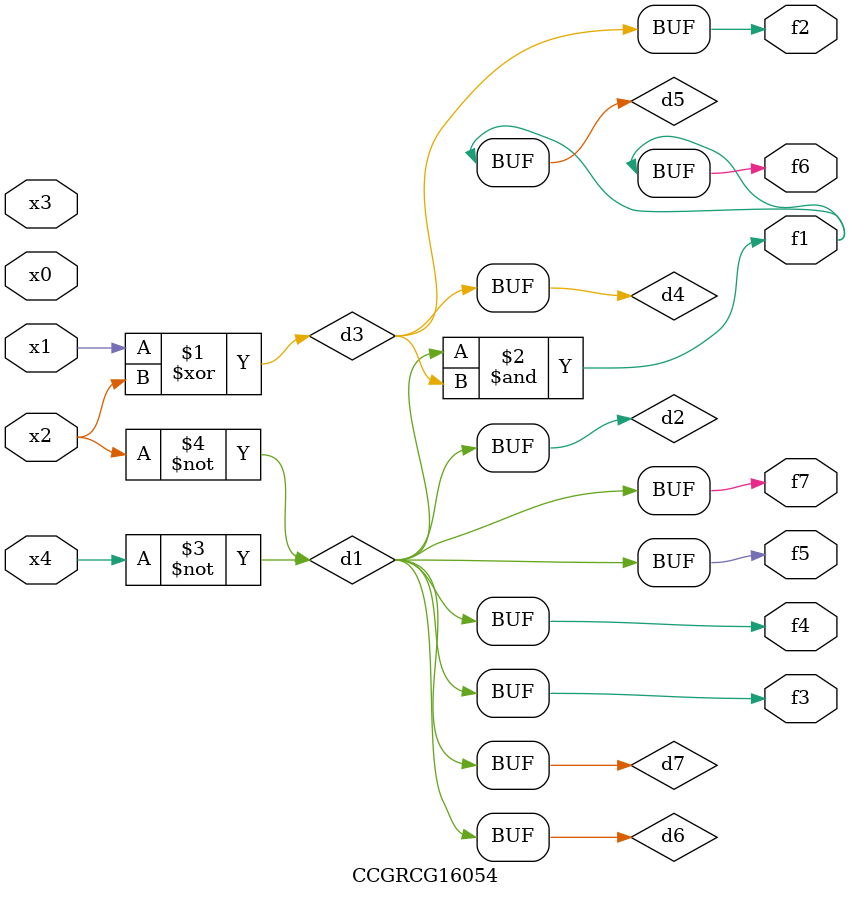
<source format=v>
module CCGRCG16054(
	input x0, x1, x2, x3, x4,
	output f1, f2, f3, f4, f5, f6, f7
);

	wire d1, d2, d3, d4, d5, d6, d7;

	not (d1, x4);
	not (d2, x2);
	xor (d3, x1, x2);
	buf (d4, d3);
	and (d5, d1, d3);
	buf (d6, d1, d2);
	buf (d7, d2);
	assign f1 = d5;
	assign f2 = d4;
	assign f3 = d7;
	assign f4 = d7;
	assign f5 = d7;
	assign f6 = d5;
	assign f7 = d7;
endmodule

</source>
